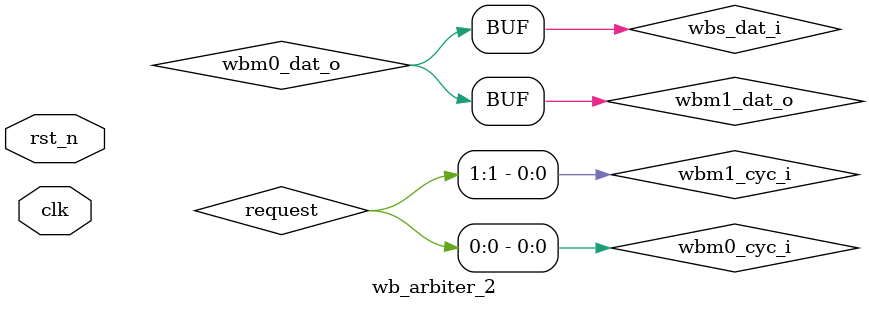
<source format=sv>
module wb_arbiter_2
#(
    parameter DATA_WIDTH = 32,                    // width of data bus in bits (8, 16, 32, or 64)
    parameter ADDR_WIDTH = 32,                    // width of address bus in bits
    parameter SELECT_WIDTH = (DATA_WIDTH/8),      // width of word select bus (1, 2, 4, or 8)
    parameter ARB_TYPE_ROUND_ROBIN = 0,           // select round robin arbitration
    parameter ARB_LSB_HIGH_PRIORITY = 1           // LSB priority selection
)
(
    input  wire                    clk,
    input  wire                    rst_n,

    wb_intf.master wbm0,
    wb_intf.master wbm1,

    wb_intf.slave wbs0
);

    wire [1:0] request;
    wire [1:0] grant;

    assign request[0] = wbm0_cyc_i;
    assign request[1] = wbm1_cyc_i;

    wire wbm0_sel = grant[0] & grant_valid;
    wire wbm1_sel = grant[1] & grant_valid;

    // master 0
    assign wbm0_dat_o = wbs_dat_i;
    assign wbm0_ack_o = wbs_ack_i & wbm0_sel;
    assign wbm0_err_o = wbs_err_i & wbm0_sel;
    assign wbm0_rty_o = wbs_rty_i & wbm0_sel;

    // master 1
    assign wbm1_dat_o = wbs_dat_i;
    assign wbm1_ack_o = wbs_ack_i & wbm1_sel;
    assign wbm1_err_o = wbs_err_i & wbm1_sel;
    assign wbm1_rty_o = wbs_rty_i & wbm1_sel;

    // slave
    assign wbs_adr_o = wbm0_sel ? wbm0_adr_i :
                    wbm1_sel ? wbm1_adr_i :
                    {ADDR_WIDTH{1'b0}};

    assign wbs_dat_o = wbm0_sel ? wbm0_dat_i :
                    wbm1_sel ? wbm1_dat_i :
                    {DATA_WIDTH{1'b0}};

    assign wbs_we_o = wbm0_sel ? wbm0_we_i :
                    wbm1_sel ? wbm1_we_i :
                    1'b0;

    assign wbs_sel_o = wbm0_sel ? wbm0_sel_i :
                    wbm1_sel ? wbm1_sel_i :
                    {SELECT_WIDTH{1'b0}};

    assign wbs_stb_o = wbm0_sel ? wbm0_stb_i :
                    wbm1_sel ? wbm1_stb_i :
                    1'b0;

    assign wbs_cyc_o = wbm0_sel ? 1'b1 :
                    wbm1_sel ? 1'b1 :
                    1'b0;

    // arbiter instance
    wb_arbiter #(
        .PORTS(2),
        .ARB_TYPE_ROUND_ROBIN(ARB_TYPE_ROUND_ROBIN),
        .ARB_BLOCK(1),
        .ARB_BLOCK_ACK(0),
        .ARB_LSB_HIGH_PRIORITY(ARB_LSB_HIGH_PRIORITY)
    ) arb_inst (
        .clk,
        .rst_n,
        .request,
        .acknowledge(0),
        .grant,
        .grant_valid,
        .grant_encoded(0)
    );

endmodule

</source>
